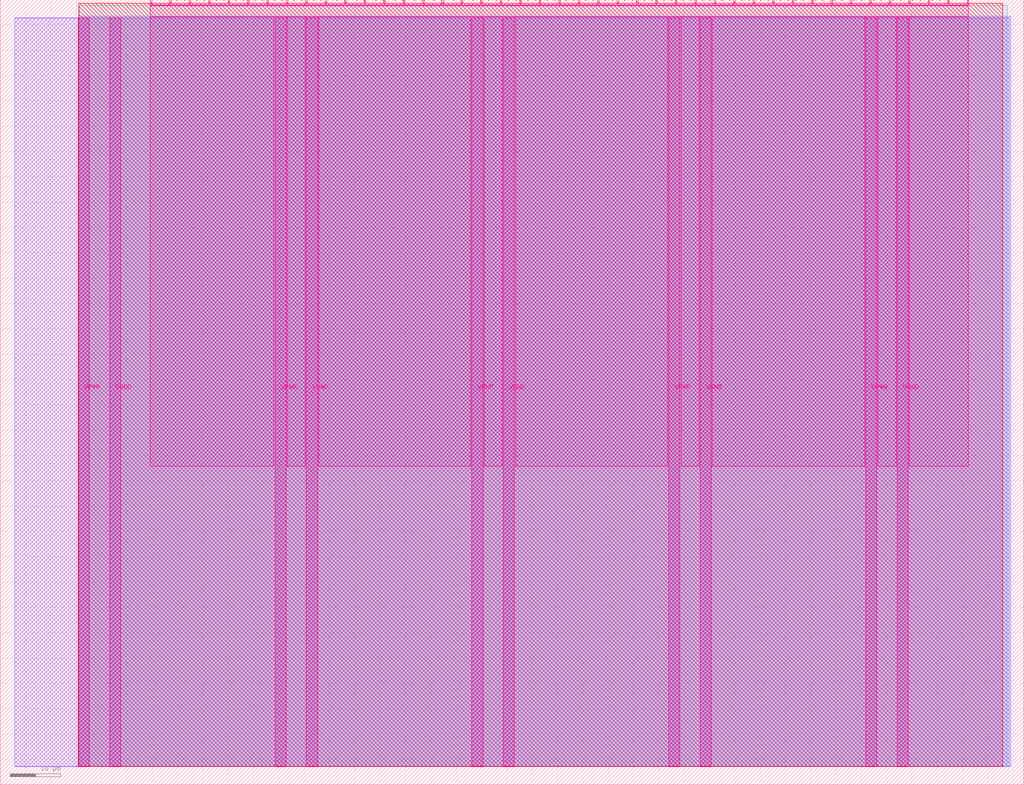
<source format=lef>
VERSION 5.7 ;
  NOWIREEXTENSIONATPIN ON ;
  DIVIDERCHAR "/" ;
  BUSBITCHARS "[]" ;
MACRO tt_um_ultra_tiny_cpu
  CLASS BLOCK ;
  FOREIGN tt_um_ultra_tiny_cpu ;
  ORIGIN 0.000 0.000 ;
  SIZE 202.080 BY 154.980 ;
  PIN VGND
    DIRECTION INOUT ;
    USE GROUND ;
    PORT
      LAYER Metal5 ;
        RECT 21.580 3.560 23.780 151.420 ;
    END
    PORT
      LAYER Metal5 ;
        RECT 60.450 3.560 62.650 151.420 ;
    END
    PORT
      LAYER Metal5 ;
        RECT 99.320 3.560 101.520 151.420 ;
    END
    PORT
      LAYER Metal5 ;
        RECT 138.190 3.560 140.390 151.420 ;
    END
    PORT
      LAYER Metal5 ;
        RECT 177.060 3.560 179.260 151.420 ;
    END
  END VGND
  PIN VPWR
    DIRECTION INOUT ;
    USE POWER ;
    PORT
      LAYER Metal5 ;
        RECT 15.380 3.560 17.580 151.420 ;
    END
    PORT
      LAYER Metal5 ;
        RECT 54.250 3.560 56.450 151.420 ;
    END
    PORT
      LAYER Metal5 ;
        RECT 93.120 3.560 95.320 151.420 ;
    END
    PORT
      LAYER Metal5 ;
        RECT 131.990 3.560 134.190 151.420 ;
    END
    PORT
      LAYER Metal5 ;
        RECT 170.860 3.560 173.060 151.420 ;
    END
  END VPWR
  PIN clk
    DIRECTION INPUT ;
    USE SIGNAL ;
    ANTENNAGATEAREA 0.213200 ;
    PORT
      LAYER Metal5 ;
        RECT 187.050 153.980 187.350 154.980 ;
    END
  END clk
  PIN ena
    DIRECTION INPUT ;
    USE SIGNAL ;
    ANTENNAGATEAREA 0.213200 ;
    PORT
      LAYER Metal5 ;
        RECT 190.890 153.980 191.190 154.980 ;
    END
  END ena
  PIN rst_n
    DIRECTION INPUT ;
    USE SIGNAL ;
    ANTENNAGATEAREA 0.213200 ;
    PORT
      LAYER Metal5 ;
        RECT 183.210 153.980 183.510 154.980 ;
    END
  END rst_n
  PIN ui_in[0]
    DIRECTION INPUT ;
    USE SIGNAL ;
    ANTENNAGATEAREA 0.213200 ;
    PORT
      LAYER Metal5 ;
        RECT 179.370 153.980 179.670 154.980 ;
    END
  END ui_in[0]
  PIN ui_in[1]
    DIRECTION INPUT ;
    USE SIGNAL ;
    ANTENNAGATEAREA 0.213200 ;
    PORT
      LAYER Metal5 ;
        RECT 175.530 153.980 175.830 154.980 ;
    END
  END ui_in[1]
  PIN ui_in[2]
    DIRECTION INPUT ;
    USE SIGNAL ;
    ANTENNAGATEAREA 0.213200 ;
    PORT
      LAYER Metal5 ;
        RECT 171.690 153.980 171.990 154.980 ;
    END
  END ui_in[2]
  PIN ui_in[3]
    DIRECTION INPUT ;
    USE SIGNAL ;
    PORT
      LAYER Metal5 ;
        RECT 167.850 153.980 168.150 154.980 ;
    END
  END ui_in[3]
  PIN ui_in[4]
    DIRECTION INPUT ;
    USE SIGNAL ;
    PORT
      LAYER Metal5 ;
        RECT 164.010 153.980 164.310 154.980 ;
    END
  END ui_in[4]
  PIN ui_in[5]
    DIRECTION INPUT ;
    USE SIGNAL ;
    PORT
      LAYER Metal5 ;
        RECT 160.170 153.980 160.470 154.980 ;
    END
  END ui_in[5]
  PIN ui_in[6]
    DIRECTION INPUT ;
    USE SIGNAL ;
    PORT
      LAYER Metal5 ;
        RECT 156.330 153.980 156.630 154.980 ;
    END
  END ui_in[6]
  PIN ui_in[7]
    DIRECTION INPUT ;
    USE SIGNAL ;
    ANTENNAGATEAREA 0.426400 ;
    PORT
      LAYER Metal5 ;
        RECT 152.490 153.980 152.790 154.980 ;
    END
  END ui_in[7]
  PIN uio_in[0]
    DIRECTION INPUT ;
    USE SIGNAL ;
    ANTENNAGATEAREA 0.180700 ;
    PORT
      LAYER Metal5 ;
        RECT 148.650 153.980 148.950 154.980 ;
    END
  END uio_in[0]
  PIN uio_in[1]
    DIRECTION INPUT ;
    USE SIGNAL ;
    ANTENNAGATEAREA 0.180700 ;
    PORT
      LAYER Metal5 ;
        RECT 144.810 153.980 145.110 154.980 ;
    END
  END uio_in[1]
  PIN uio_in[2]
    DIRECTION INPUT ;
    USE SIGNAL ;
    ANTENNAGATEAREA 0.180700 ;
    PORT
      LAYER Metal5 ;
        RECT 140.970 153.980 141.270 154.980 ;
    END
  END uio_in[2]
  PIN uio_in[3]
    DIRECTION INPUT ;
    USE SIGNAL ;
    ANTENNAGATEAREA 0.180700 ;
    PORT
      LAYER Metal5 ;
        RECT 137.130 153.980 137.430 154.980 ;
    END
  END uio_in[3]
  PIN uio_in[4]
    DIRECTION INPUT ;
    USE SIGNAL ;
    ANTENNAGATEAREA 0.180700 ;
    PORT
      LAYER Metal5 ;
        RECT 133.290 153.980 133.590 154.980 ;
    END
  END uio_in[4]
  PIN uio_in[5]
    DIRECTION INPUT ;
    USE SIGNAL ;
    ANTENNAGATEAREA 0.180700 ;
    PORT
      LAYER Metal5 ;
        RECT 129.450 153.980 129.750 154.980 ;
    END
  END uio_in[5]
  PIN uio_in[6]
    DIRECTION INPUT ;
    USE SIGNAL ;
    ANTENNAGATEAREA 0.180700 ;
    PORT
      LAYER Metal5 ;
        RECT 125.610 153.980 125.910 154.980 ;
    END
  END uio_in[6]
  PIN uio_in[7]
    DIRECTION INPUT ;
    USE SIGNAL ;
    ANTENNAGATEAREA 0.180700 ;
    PORT
      LAYER Metal5 ;
        RECT 121.770 153.980 122.070 154.980 ;
    END
  END uio_in[7]
  PIN uio_oe[0]
    DIRECTION OUTPUT ;
    USE SIGNAL ;
    ANTENNADIFFAREA 0.299200 ;
    PORT
      LAYER Metal5 ;
        RECT 56.490 153.980 56.790 154.980 ;
    END
  END uio_oe[0]
  PIN uio_oe[1]
    DIRECTION OUTPUT ;
    USE SIGNAL ;
    ANTENNADIFFAREA 0.299200 ;
    PORT
      LAYER Metal5 ;
        RECT 52.650 153.980 52.950 154.980 ;
    END
  END uio_oe[1]
  PIN uio_oe[2]
    DIRECTION OUTPUT ;
    USE SIGNAL ;
    ANTENNADIFFAREA 0.299200 ;
    PORT
      LAYER Metal5 ;
        RECT 48.810 153.980 49.110 154.980 ;
    END
  END uio_oe[2]
  PIN uio_oe[3]
    DIRECTION OUTPUT ;
    USE SIGNAL ;
    ANTENNADIFFAREA 0.299200 ;
    PORT
      LAYER Metal5 ;
        RECT 44.970 153.980 45.270 154.980 ;
    END
  END uio_oe[3]
  PIN uio_oe[4]
    DIRECTION OUTPUT ;
    USE SIGNAL ;
    ANTENNADIFFAREA 0.299200 ;
    PORT
      LAYER Metal5 ;
        RECT 41.130 153.980 41.430 154.980 ;
    END
  END uio_oe[4]
  PIN uio_oe[5]
    DIRECTION OUTPUT ;
    USE SIGNAL ;
    ANTENNADIFFAREA 0.299200 ;
    PORT
      LAYER Metal5 ;
        RECT 37.290 153.980 37.590 154.980 ;
    END
  END uio_oe[5]
  PIN uio_oe[6]
    DIRECTION OUTPUT ;
    USE SIGNAL ;
    ANTENNADIFFAREA 0.299200 ;
    PORT
      LAYER Metal5 ;
        RECT 33.450 153.980 33.750 154.980 ;
    END
  END uio_oe[6]
  PIN uio_oe[7]
    DIRECTION OUTPUT ;
    USE SIGNAL ;
    ANTENNADIFFAREA 0.299200 ;
    PORT
      LAYER Metal5 ;
        RECT 29.610 153.980 29.910 154.980 ;
    END
  END uio_oe[7]
  PIN uio_out[0]
    DIRECTION OUTPUT ;
    USE SIGNAL ;
    ANTENNADIFFAREA 0.299200 ;
    PORT
      LAYER Metal5 ;
        RECT 87.210 153.980 87.510 154.980 ;
    END
  END uio_out[0]
  PIN uio_out[1]
    DIRECTION OUTPUT ;
    USE SIGNAL ;
    ANTENNADIFFAREA 0.299200 ;
    PORT
      LAYER Metal5 ;
        RECT 83.370 153.980 83.670 154.980 ;
    END
  END uio_out[1]
  PIN uio_out[2]
    DIRECTION OUTPUT ;
    USE SIGNAL ;
    ANTENNADIFFAREA 0.299200 ;
    PORT
      LAYER Metal5 ;
        RECT 79.530 153.980 79.830 154.980 ;
    END
  END uio_out[2]
  PIN uio_out[3]
    DIRECTION OUTPUT ;
    USE SIGNAL ;
    ANTENNADIFFAREA 0.299200 ;
    PORT
      LAYER Metal5 ;
        RECT 75.690 153.980 75.990 154.980 ;
    END
  END uio_out[3]
  PIN uio_out[4]
    DIRECTION OUTPUT ;
    USE SIGNAL ;
    ANTENNADIFFAREA 0.299200 ;
    PORT
      LAYER Metal5 ;
        RECT 71.850 153.980 72.150 154.980 ;
    END
  END uio_out[4]
  PIN uio_out[5]
    DIRECTION OUTPUT ;
    USE SIGNAL ;
    ANTENNADIFFAREA 0.299200 ;
    PORT
      LAYER Metal5 ;
        RECT 68.010 153.980 68.310 154.980 ;
    END
  END uio_out[5]
  PIN uio_out[6]
    DIRECTION OUTPUT ;
    USE SIGNAL ;
    ANTENNADIFFAREA 0.299200 ;
    PORT
      LAYER Metal5 ;
        RECT 64.170 153.980 64.470 154.980 ;
    END
  END uio_out[6]
  PIN uio_out[7]
    DIRECTION OUTPUT ;
    USE SIGNAL ;
    ANTENNADIFFAREA 0.299200 ;
    PORT
      LAYER Metal5 ;
        RECT 60.330 153.980 60.630 154.980 ;
    END
  END uio_out[7]
  PIN uo_out[0]
    DIRECTION OUTPUT ;
    USE SIGNAL ;
    ANTENNADIFFAREA 0.632400 ;
    PORT
      LAYER Metal5 ;
        RECT 117.930 153.980 118.230 154.980 ;
    END
  END uo_out[0]
  PIN uo_out[1]
    DIRECTION OUTPUT ;
    USE SIGNAL ;
    ANTENNADIFFAREA 0.632400 ;
    PORT
      LAYER Metal5 ;
        RECT 114.090 153.980 114.390 154.980 ;
    END
  END uo_out[1]
  PIN uo_out[2]
    DIRECTION OUTPUT ;
    USE SIGNAL ;
    ANTENNADIFFAREA 0.632400 ;
    PORT
      LAYER Metal5 ;
        RECT 110.250 153.980 110.550 154.980 ;
    END
  END uo_out[2]
  PIN uo_out[3]
    DIRECTION OUTPUT ;
    USE SIGNAL ;
    ANTENNADIFFAREA 0.632400 ;
    PORT
      LAYER Metal5 ;
        RECT 106.410 153.980 106.710 154.980 ;
    END
  END uo_out[3]
  PIN uo_out[4]
    DIRECTION OUTPUT ;
    USE SIGNAL ;
    ANTENNADIFFAREA 0.632400 ;
    PORT
      LAYER Metal5 ;
        RECT 102.570 153.980 102.870 154.980 ;
    END
  END uo_out[4]
  PIN uo_out[5]
    DIRECTION OUTPUT ;
    USE SIGNAL ;
    ANTENNADIFFAREA 0.632400 ;
    PORT
      LAYER Metal5 ;
        RECT 98.730 153.980 99.030 154.980 ;
    END
  END uo_out[5]
  PIN uo_out[6]
    DIRECTION OUTPUT ;
    USE SIGNAL ;
    ANTENNADIFFAREA 0.632400 ;
    PORT
      LAYER Metal5 ;
        RECT 94.890 153.980 95.190 154.980 ;
    END
  END uo_out[6]
  PIN uo_out[7]
    DIRECTION OUTPUT ;
    USE SIGNAL ;
    ANTENNADIFFAREA 0.632400 ;
    PORT
      LAYER Metal5 ;
        RECT 91.050 153.980 91.350 154.980 ;
    END
  END uo_out[7]
  OBS
      LAYER GatPoly ;
        RECT 2.880 3.630 199.200 151.350 ;
      LAYER Metal1 ;
        RECT 2.880 3.560 199.200 151.420 ;
      LAYER Metal2 ;
        RECT 15.515 3.680 199.475 151.720 ;
      LAYER Metal3 ;
        RECT 15.560 3.635 198.820 153.865 ;
      LAYER Metal4 ;
        RECT 15.515 3.680 197.905 154.240 ;
      LAYER Metal5 ;
        RECT 30.120 153.770 33.240 153.980 ;
        RECT 33.960 153.770 37.080 153.980 ;
        RECT 37.800 153.770 40.920 153.980 ;
        RECT 41.640 153.770 44.760 153.980 ;
        RECT 45.480 153.770 48.600 153.980 ;
        RECT 49.320 153.770 52.440 153.980 ;
        RECT 53.160 153.770 56.280 153.980 ;
        RECT 57.000 153.770 60.120 153.980 ;
        RECT 60.840 153.770 63.960 153.980 ;
        RECT 64.680 153.770 67.800 153.980 ;
        RECT 68.520 153.770 71.640 153.980 ;
        RECT 72.360 153.770 75.480 153.980 ;
        RECT 76.200 153.770 79.320 153.980 ;
        RECT 80.040 153.770 83.160 153.980 ;
        RECT 83.880 153.770 87.000 153.980 ;
        RECT 87.720 153.770 90.840 153.980 ;
        RECT 91.560 153.770 94.680 153.980 ;
        RECT 95.400 153.770 98.520 153.980 ;
        RECT 99.240 153.770 102.360 153.980 ;
        RECT 103.080 153.770 106.200 153.980 ;
        RECT 106.920 153.770 110.040 153.980 ;
        RECT 110.760 153.770 113.880 153.980 ;
        RECT 114.600 153.770 117.720 153.980 ;
        RECT 118.440 153.770 121.560 153.980 ;
        RECT 122.280 153.770 125.400 153.980 ;
        RECT 126.120 153.770 129.240 153.980 ;
        RECT 129.960 153.770 133.080 153.980 ;
        RECT 133.800 153.770 136.920 153.980 ;
        RECT 137.640 153.770 140.760 153.980 ;
        RECT 141.480 153.770 144.600 153.980 ;
        RECT 145.320 153.770 148.440 153.980 ;
        RECT 149.160 153.770 152.280 153.980 ;
        RECT 153.000 153.770 156.120 153.980 ;
        RECT 156.840 153.770 159.960 153.980 ;
        RECT 160.680 153.770 163.800 153.980 ;
        RECT 164.520 153.770 167.640 153.980 ;
        RECT 168.360 153.770 171.480 153.980 ;
        RECT 172.200 153.770 175.320 153.980 ;
        RECT 176.040 153.770 179.160 153.980 ;
        RECT 179.880 153.770 183.000 153.980 ;
        RECT 183.720 153.770 186.840 153.980 ;
        RECT 187.560 153.770 190.680 153.980 ;
        RECT 29.660 151.630 191.140 153.770 ;
        RECT 29.660 62.855 54.040 151.630 ;
        RECT 56.660 62.855 60.240 151.630 ;
        RECT 62.860 62.855 92.910 151.630 ;
        RECT 95.530 62.855 99.110 151.630 ;
        RECT 101.730 62.855 131.780 151.630 ;
        RECT 134.400 62.855 137.980 151.630 ;
        RECT 140.600 62.855 170.650 151.630 ;
        RECT 173.270 62.855 176.850 151.630 ;
        RECT 179.470 62.855 191.140 151.630 ;
  END
END tt_um_ultra_tiny_cpu
END LIBRARY


</source>
